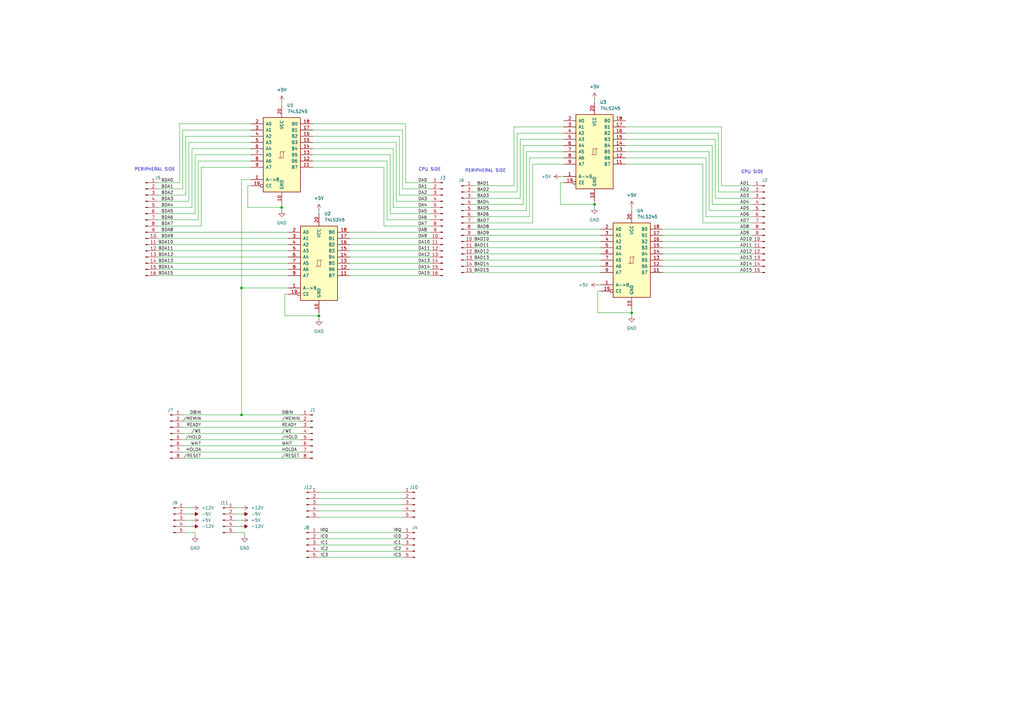
<source format=kicad_sch>
(kicad_sch (version 20250114) (generator "eeschema") (generator_version "9.0")
  (paper "A3")
  (lib_symbols
    (symbol "74xx:74LS245" (pin_names (offset 1.016))
      (property "Reference" "U" (at -7.62 16.51 0))
      (property "Value" "74LS245" (at -7.62 -16.51 0))
      (symbol "74LS245_1_0"
        (polyline (pts (xy -1.27 -1.27) (xy 0.635 -1.27) (xy 0.635 1.27) (xy 1.27 1.27)))
        (polyline (pts (xy -0.635 -1.27) (xy -0.635 1.27) (xy 0.635 1.27)))
        (pin tri_state line (at -12.7 12.7 0) (length 5.08) (name "A0") (number "2"))
        (pin tri_state line (at -12.7 10.16 0) (length 5.08) (name "A1") (number "3"))
        (pin tri_state line (at -12.7 7.62 0) (length 5.08) (name "A2") (number "4"))
        (pin tri_state line (at -12.7 5.08 0) (length 5.08) (name "A3") (number "5"))
        (pin tri_state line (at -12.7 2.54 0) (length 5.08) (name "A4") (number "6"))
        (pin tri_state line (at -12.7 0 0) (length 5.08) (name "A5") (number "7"))
        (pin tri_state line (at -12.7 -2.54 0) (length 5.08) (name "A6") (number "8"))
        (pin tri_state line (at -12.7 -5.08 0) (length 5.08) (name "A7") (number "9"))
        (pin input line (at -12.7 -10.16 0) (length 5.08) (name "A->B") (number "1"))
        (pin input inverted (at -12.7 -12.7 0) (length 5.08) (name "CE") (number "19"))
        (pin power_in line (at 0 20.32 270) (length 5.08) (name "VCC") (number "20"))
        (pin power_in line (at 0 -20.32 90) (length 5.08) (name "GND") (number "10"))
        (pin tri_state line (at 12.7 12.7 180) (length 5.08) (name "B0") (number "18"))
        (pin tri_state line (at 12.7 10.16 180) (length 5.08) (name "B1") (number "17"))
        (pin tri_state line (at 12.7 7.62 180) (length 5.08) (name "B2") (number "16"))
        (pin tri_state line (at 12.7 5.08 180) (length 5.08) (name "B3") (number "15"))
        (pin tri_state line (at 12.7 2.54 180) (length 5.08) (name "B4") (number "14"))
        (pin tri_state line (at 12.7 0 180) (length 5.08) (name "B5") (number "13"))
        (pin tri_state line (at 12.7 -2.54 180) (length 5.08) (name "B6") (number "12"))
        (pin tri_state line (at 12.7 -5.08 180) (length 5.08) (name "B7") (number "11"))
      )
      (symbol "74LS245_1_1"
        (rectangle (start -7.62 15.24) (end 7.62 -15.24) (stroke (width 0.254)) (fill (type background)))
      )
    )
    (symbol "Connector:Conn_01x05_Pin" (pin_names (offset 1.016) (hide yes))
      (property "Reference" "J" (at 0 7.62 0))
      (property "Value" "Conn_01x05_Pin" (at 0 -7.62 0))
      (symbol "Conn_01x05_Pin_1_1"
        (rectangle (start 0.8636 5.207) (end 0 4.953) (stroke (width 0.1524)) (fill (type outline)))
        (rectangle (start 0.8636 2.667) (end 0 2.413) (stroke (width 0.1524)) (fill (type outline)))
        (rectangle (start 0.8636 0.127) (end 0 -0.127) (stroke (width 0.1524)) (fill (type outline)))
        (rectangle (start 0.8636 -2.413) (end 0 -2.667) (stroke (width 0.1524)) (fill (type outline)))
        (rectangle (start 0.8636 -4.953) (end 0 -5.207) (stroke (width 0.1524)) (fill (type outline)))
        (polyline (pts (xy 1.27 5.08) (xy 0.8636 5.08)) (stroke (width 0.1524)))
        (polyline (pts (xy 1.27 2.54) (xy 0.8636 2.54)) (stroke (width 0.1524)))
        (polyline (pts (xy 1.27 0) (xy 0.8636 0)) (stroke (width 0.1524)))
        (polyline (pts (xy 1.27 -2.54) (xy 0.8636 -2.54)) (stroke (width 0.1524)))
        (polyline (pts (xy 1.27 -5.08) (xy 0.8636 -5.08)) (stroke (width 0.1524)))
        (pin passive line (at 5.08 5.08 180) (length 3.81) (name "Pin_1") (number "1"))
        (pin passive line (at 5.08 2.54 180) (length 3.81) (name "Pin_2") (number "2"))
        (pin passive line (at 5.08 0 180) (length 3.81) (name "Pin_3") (number "3"))
        (pin passive line (at 5.08 -2.54 180) (length 3.81) (name "Pin_4") (number "4"))
        (pin passive line (at 5.08 -5.08 180) (length 3.81) (name "Pin_5") (number "5"))
      )
    )
    (symbol "Connector:Conn_01x08_Pin" (pin_names (offset 1.016) (hide yes))
      (property "Reference" "J" (at 0 10.16 0))
      (property "Value" "Conn_01x08_Pin" (at 0 -12.7 0))
      (symbol "Conn_01x08_Pin_1_1"
        (rectangle (start 0.8636 7.747) (end 0 7.493) (stroke (width 0.1524)) (fill (type outline)))
        (rectangle (start 0.8636 5.207) (end 0 4.953) (stroke (width 0.1524)) (fill (type outline)))
        (rectangle (start 0.8636 2.667) (end 0 2.413) (stroke (width 0.1524)) (fill (type outline)))
        (rectangle (start 0.8636 0.127) (end 0 -0.127) (stroke (width 0.1524)) (fill (type outline)))
        (rectangle (start 0.8636 -2.413) (end 0 -2.667) (stroke (width 0.1524)) (fill (type outline)))
        (rectangle (start 0.8636 -4.953) (end 0 -5.207) (stroke (width 0.1524)) (fill (type outline)))
        (rectangle (start 0.8636 -7.493) (end 0 -7.747) (stroke (width 0.1524)) (fill (type outline)))
        (rectangle (start 0.8636 -10.033) (end 0 -10.287) (stroke (width 0.1524)) (fill (type outline)))
        (polyline (pts (xy 1.27 7.62) (xy 0.8636 7.62)) (stroke (width 0.1524)))
        (polyline (pts (xy 1.27 5.08) (xy 0.8636 5.08)) (stroke (width 0.1524)))
        (polyline (pts (xy 1.27 2.54) (xy 0.8636 2.54)) (stroke (width 0.1524)))
        (polyline (pts (xy 1.27 0) (xy 0.8636 0)) (stroke (width 0.1524)))
        (polyline (pts (xy 1.27 -2.54) (xy 0.8636 -2.54)) (stroke (width 0.1524)))
        (polyline (pts (xy 1.27 -5.08) (xy 0.8636 -5.08)) (stroke (width 0.1524)))
        (polyline (pts (xy 1.27 -7.62) (xy 0.8636 -7.62)) (stroke (width 0.1524)))
        (polyline (pts (xy 1.27 -10.16) (xy 0.8636 -10.16)) (stroke (width 0.1524)))
        (pin passive line (at 5.08 7.62 180) (length 3.81) (name "Pin_1") (number "1"))
        (pin passive line (at 5.08 5.08 180) (length 3.81) (name "Pin_2") (number "2"))
        (pin passive line (at 5.08 2.54 180) (length 3.81) (name "Pin_3") (number "3"))
        (pin passive line (at 5.08 0 180) (length 3.81) (name "Pin_4") (number "4"))
        (pin passive line (at 5.08 -2.54 180) (length 3.81) (name "Pin_5") (number "5"))
        (pin passive line (at 5.08 -5.08 180) (length 3.81) (name "Pin_6") (number "6"))
        (pin passive line (at 5.08 -7.62 180) (length 3.81) (name "Pin_7") (number "7"))
        (pin passive line (at 5.08 -10.16 180) (length 3.81) (name "Pin_8") (number "8"))
      )
    )
    (symbol "Connector:Conn_01x15_Pin" (pin_names (offset 1.016) (hide yes))
      (property "Reference" "J" (at 0 20.32 0))
      (property "Value" "Conn_01x15_Pin" (at 0 -20.32 0))
      (symbol "Conn_01x15_Pin_1_1"
        (rectangle (start 0.8636 17.907) (end 0 17.653) (stroke (width 0.1524)) (fill (type outline)))
        (rectangle (start 0.8636 15.367) (end 0 15.113) (stroke (width 0.1524)) (fill (type outline)))
        (rectangle (start 0.8636 12.827) (end 0 12.573) (stroke (width 0.1524)) (fill (type outline)))
        (rectangle (start 0.8636 10.287) (end 0 10.033) (stroke (width 0.1524)) (fill (type outline)))
        (rectangle (start 0.8636 7.747) (end 0 7.493) (stroke (width 0.1524)) (fill (type outline)))
        (rectangle (start 0.8636 5.207) (end 0 4.953) (stroke (width 0.1524)) (fill (type outline)))
        (rectangle (start 0.8636 2.667) (end 0 2.413) (stroke (width 0.1524)) (fill (type outline)))
        (rectangle (start 0.8636 0.127) (end 0 -0.127) (stroke (width 0.1524)) (fill (type outline)))
        (rectangle (start 0.8636 -2.413) (end 0 -2.667) (stroke (width 0.1524)) (fill (type outline)))
        (rectangle (start 0.8636 -4.953) (end 0 -5.207) (stroke (width 0.1524)) (fill (type outline)))
        (rectangle (start 0.8636 -7.493) (end 0 -7.747) (stroke (width 0.1524)) (fill (type outline)))
        (rectangle (start 0.8636 -10.033) (end 0 -10.287) (stroke (width 0.1524)) (fill (type outline)))
        (rectangle (start 0.8636 -12.573) (end 0 -12.827) (stroke (width 0.1524)) (fill (type outline)))
        (rectangle (start 0.8636 -15.113) (end 0 -15.367) (stroke (width 0.1524)) (fill (type outline)))
        (rectangle (start 0.8636 -17.653) (end 0 -17.907) (stroke (width 0.1524)) (fill (type outline)))
        (polyline (pts (xy 1.27 17.78) (xy 0.8636 17.78)) (stroke (width 0.1524)))
        (polyline (pts (xy 1.27 15.24) (xy 0.8636 15.24)) (stroke (width 0.1524)))
        (polyline (pts (xy 1.27 12.7) (xy 0.8636 12.7)) (stroke (width 0.1524)))
        (polyline (pts (xy 1.27 10.16) (xy 0.8636 10.16)) (stroke (width 0.1524)))
        (polyline (pts (xy 1.27 7.62) (xy 0.8636 7.62)) (stroke (width 0.1524)))
        (polyline (pts (xy 1.27 5.08) (xy 0.8636 5.08)) (stroke (width 0.1524)))
        (polyline (pts (xy 1.27 2.54) (xy 0.8636 2.54)) (stroke (width 0.1524)))
        (polyline (pts (xy 1.27 0) (xy 0.8636 0)) (stroke (width 0.1524)))
        (polyline (pts (xy 1.27 -2.54) (xy 0.8636 -2.54)) (stroke (width 0.1524)))
        (polyline (pts (xy 1.27 -5.08) (xy 0.8636 -5.08)) (stroke (width 0.1524)))
        (polyline (pts (xy 1.27 -7.62) (xy 0.8636 -7.62)) (stroke (width 0.1524)))
        (polyline (pts (xy 1.27 -10.16) (xy 0.8636 -10.16)) (stroke (width 0.1524)))
        (polyline (pts (xy 1.27 -12.7) (xy 0.8636 -12.7)) (stroke (width 0.1524)))
        (polyline (pts (xy 1.27 -15.24) (xy 0.8636 -15.24)) (stroke (width 0.1524)))
        (polyline (pts (xy 1.27 -17.78) (xy 0.8636 -17.78)) (stroke (width 0.1524)))
        (pin passive line (at 5.08 17.78 180) (length 3.81) (name "Pin_1") (number "1"))
        (pin passive line (at 5.08 15.24 180) (length 3.81) (name "Pin_2") (number "2"))
        (pin passive line (at 5.08 12.7 180) (length 3.81) (name "Pin_3") (number "3"))
        (pin passive line (at 5.08 10.16 180) (length 3.81) (name "Pin_4") (number "4"))
        (pin passive line (at 5.08 7.62 180) (length 3.81) (name "Pin_5") (number "5"))
        (pin passive line (at 5.08 5.08 180) (length 3.81) (name "Pin_6") (number "6"))
        (pin passive line (at 5.08 2.54 180) (length 3.81) (name "Pin_7") (number "7"))
        (pin passive line (at 5.08 0 180) (length 3.81) (name "Pin_8") (number "8"))
        (pin passive line (at 5.08 -2.54 180) (length 3.81) (name "Pin_9") (number "9"))
        (pin passive line (at 5.08 -5.08 180) (length 3.81) (name "Pin_10") (number "10"))
        (pin passive line (at 5.08 -7.62 180) (length 3.81) (name "Pin_11") (number "11"))
        (pin passive line (at 5.08 -10.16 180) (length 3.81) (name "Pin_12") (number "12"))
        (pin passive line (at 5.08 -12.7 180) (length 3.81) (name "Pin_13") (number "13"))
        (pin passive line (at 5.08 -15.24 180) (length 3.81) (name "Pin_14") (number "14"))
        (pin passive line (at 5.08 -17.78 180) (length 3.81) (name "Pin_15") (number "15"))
      )
    )
    (symbol "Connector:Conn_01x16_Pin" (pin_names (offset 1.016) (hide yes))
      (property "Reference" "J" (at 0 20.32 0))
      (property "Value" "Conn_01x16_Pin" (at 0 -22.86 0))
      (symbol "Conn_01x16_Pin_1_1"
        (rectangle (start 0.8636 17.907) (end 0 17.653) (stroke (width 0.1524)) (fill (type outline)))
        (rectangle (start 0.8636 15.367) (end 0 15.113) (stroke (width 0.1524)) (fill (type outline)))
        (rectangle (start 0.8636 12.827) (end 0 12.573) (stroke (width 0.1524)) (fill (type outline)))
        (rectangle (start 0.8636 10.287) (end 0 10.033) (stroke (width 0.1524)) (fill (type outline)))
        (rectangle (start 0.8636 7.747) (end 0 7.493) (stroke (width 0.1524)) (fill (type outline)))
        (rectangle (start 0.8636 5.207) (end 0 4.953) (stroke (width 0.1524)) (fill (type outline)))
        (rectangle (start 0.8636 2.667) (end 0 2.413) (stroke (width 0.1524)) (fill (type outline)))
        (rectangle (start 0.8636 0.127) (end 0 -0.127) (stroke (width 0.1524)) (fill (type outline)))
        (rectangle (start 0.8636 -2.413) (end 0 -2.667) (stroke (width 0.1524)) (fill (type outline)))
        (rectangle (start 0.8636 -4.953) (end 0 -5.207) (stroke (width 0.1524)) (fill (type outline)))
        (rectangle (start 0.8636 -7.493) (end 0 -7.747) (stroke (width 0.1524)) (fill (type outline)))
        (rectangle (start 0.8636 -10.033) (end 0 -10.287) (stroke (width 0.1524)) (fill (type outline)))
        (rectangle (start 0.8636 -12.573) (end 0 -12.827) (stroke (width 0.1524)) (fill (type outline)))
        (rectangle (start 0.8636 -15.113) (end 0 -15.367) (stroke (width 0.1524)) (fill (type outline)))
        (rectangle (start 0.8636 -17.653) (end 0 -17.907) (stroke (width 0.1524)) (fill (type outline)))
        (rectangle (start 0.8636 -20.193) (end 0 -20.447) (stroke (width 0.1524)) (fill (type outline)))
        (polyline (pts (xy 1.27 17.78) (xy 0.8636 17.78)) (stroke (width 0.1524)))
        (polyline (pts (xy 1.27 15.24) (xy 0.8636 15.24)) (stroke (width 0.1524)))
        (polyline (pts (xy 1.27 12.7) (xy 0.8636 12.7)) (stroke (width 0.1524)))
        (polyline (pts (xy 1.27 10.16) (xy 0.8636 10.16)) (stroke (width 0.1524)))
        (polyline (pts (xy 1.27 7.62) (xy 0.8636 7.62)) (stroke (width 0.1524)))
        (polyline (pts (xy 1.27 5.08) (xy 0.8636 5.08)) (stroke (width 0.1524)))
        (polyline (pts (xy 1.27 2.54) (xy 0.8636 2.54)) (stroke (width 0.1524)))
        (polyline (pts (xy 1.27 0) (xy 0.8636 0)) (stroke (width 0.1524)))
        (polyline (pts (xy 1.27 -2.54) (xy 0.8636 -2.54)) (stroke (width 0.1524)))
        (polyline (pts (xy 1.27 -5.08) (xy 0.8636 -5.08)) (stroke (width 0.1524)))
        (polyline (pts (xy 1.27 -7.62) (xy 0.8636 -7.62)) (stroke (width 0.1524)))
        (polyline (pts (xy 1.27 -10.16) (xy 0.8636 -10.16)) (stroke (width 0.1524)))
        (polyline (pts (xy 1.27 -12.7) (xy 0.8636 -12.7)) (stroke (width 0.1524)))
        (polyline (pts (xy 1.27 -15.24) (xy 0.8636 -15.24)) (stroke (width 0.1524)))
        (polyline (pts (xy 1.27 -17.78) (xy 0.8636 -17.78)) (stroke (width 0.1524)))
        (polyline (pts (xy 1.27 -20.32) (xy 0.8636 -20.32)) (stroke (width 0.1524)))
        (pin passive line (at 5.08 17.78 180) (length 3.81) (name "Pin_1") (number "1"))
        (pin passive line (at 5.08 15.24 180) (length 3.81) (name "Pin_2") (number "2"))
        (pin passive line (at 5.08 12.7 180) (length 3.81) (name "Pin_3") (number "3"))
        (pin passive line (at 5.08 10.16 180) (length 3.81) (name "Pin_4") (number "4"))
        (pin passive line (at 5.08 7.62 180) (length 3.81) (name "Pin_5") (number "5"))
        (pin passive line (at 5.08 5.08 180) (length 3.81) (name "Pin_6") (number "6"))
        (pin passive line (at 5.08 2.54 180) (length 3.81) (name "Pin_7") (number "7"))
        (pin passive line (at 5.08 0 180) (length 3.81) (name "Pin_8") (number "8"))
        (pin passive line (at 5.08 -2.54 180) (length 3.81) (name "Pin_9") (number "9"))
        (pin passive line (at 5.08 -5.08 180) (length 3.81) (name "Pin_10") (number "10"))
        (pin passive line (at 5.08 -7.62 180) (length 3.81) (name "Pin_11") (number "11"))
        (pin passive line (at 5.08 -10.16 180) (length 3.81) (name "Pin_12") (number "12"))
        (pin passive line (at 5.08 -12.7 180) (length 3.81) (name "Pin_13") (number "13"))
        (pin passive line (at 5.08 -15.24 180) (length 3.81) (name "Pin_14") (number "14"))
        (pin passive line (at 5.08 -17.78 180) (length 3.81) (name "Pin_15") (number "15"))
        (pin passive line (at 5.08 -20.32 180) (length 3.81) (name "Pin_16") (number "16"))
      )
    )
    (symbol "power:+12V" (power) (pin_numbers (hide yes)) (pin_names (offset 0) (hide yes))
      (property "Value" "+12V" (at 0 3.556 0))
      (symbol "+12V_0_1"
        (polyline (pts (xy -0.762 1.27) (xy 0 2.54)))
        (polyline (pts (xy 0 2.54) (xy 0.762 1.27)))
        (polyline (pts (xy 0 0) (xy 0 2.54)))
      )
      (symbol "+12V_1_1"
        (pin power_in line (at 0 0 90) (length 0) (name "~") (number "1"))
      )
    )
    (symbol "power:+5V" (power) (pin_numbers (hide yes)) (pin_names (offset 0) (hide yes))
      (property "Value" "+5V" (at 0 3.556 0))
      (symbol "+5V_0_1"
        (polyline (pts (xy -0.762 1.27) (xy 0 2.54)))
        (polyline (pts (xy 0 2.54) (xy 0.762 1.27)))
        (polyline (pts (xy 0 0) (xy 0 2.54)))
      )
      (symbol "+5V_1_1"
        (pin power_in line (at 0 0 90) (length 0) (name "~") (number "1"))
      )
    )
    (symbol "power:-12V" (power) (pin_numbers (hide yes)) (pin_names (offset 0) (hide yes))
      (property "Value" "-12V" (at 0 3.556 0))
      (symbol "-12V_0_0"
        (pin power_in line (at 0 0 90) (length 0) (name "~") (number "1"))
      )
      (symbol "-12V_0_1"
        (polyline (pts (xy 0 0) (xy 0 1.27) (xy 0.762 1.27) (xy 0 2.54) (xy -0.762 1.27) (xy 0 1.27)) (fill (type outline)))
      )
    )
    (symbol "power:-5V" (power) (pin_numbers (hide yes)) (pin_names (offset 0) (hide yes))
      (property "Value" "-5V" (at 0 3.556 0))
      (symbol "-5V_0_0"
        (pin power_in line (at 0 0 90) (length 0) (name "~") (number "1"))
      )
      (symbol "-5V_0_1"
        (polyline (pts (xy 0 0) (xy 0 1.27) (xy 0.762 1.27) (xy 0 2.54) (xy -0.762 1.27) (xy 0 1.27)) (fill (type outline)))
      )
    )
    (symbol "power:GND" (power) (pin_numbers (hide yes)) (pin_names (offset 0) (hide yes))
      (property "Value" "GND" (at 0 -3.81 0))
      (symbol "GND_0_1"
        (polyline (pts (xy 0 0) (xy 0 -1.27) (xy 1.27 -1.27) (xy 0 -2.54) (xy -1.27 -1.27) (xy 0 -1.27)))
      )
      (symbol "GND_1_1"
        (pin power_in line (at 0 0 270) (length 0) (name "~") (number "1"))
      )
    )
  )
  (text "PERIPHERAL SIDE" (at 199.136 70.104 0) (effects (font (size 1.27 1.27))))
  (text "PERIPHERAL SIDE" (at 63.5 69.596 0) (effects (font (size 1.27 1.27))))
  (text "CPU SIDE" (at 176.276 69.596 0) (effects (font (size 1.27 1.27))))
  (text "CPU SIDE" (at 308.61 70.612 0) (effects (font (size 1.27 1.27))))
  (junction (at 243.84 83.82))
  (junction (at 115.57 85.09))
  (junction (at 259.08 128.27))
  (junction (at 99.06 170.18))
  (junction (at 130.81 129.54))
  (junction (at 99.06 118.11))
  (wire (pts (xy 74.93 180.34) (xy 123.19 180.34)))
  (wire (pts (xy 130.81 209.55) (xy 165.1 209.55)))
  (wire (pts (xy 160.02 63.5) (xy 128.27 63.5)))
  (wire (pts (xy 243.84 40.64) (xy 243.84 41.91)))
  (wire (pts (xy 165.1 53.34) (xy 128.27 53.34)))
  (wire (pts (xy 289.56 64.77) (xy 256.54 64.77)))
  (wire (pts (xy 194.31 104.14) (xy 246.38 104.14)))
  (wire (pts (xy 295.91 76.2) (xy 308.61 76.2)))
  (wire (pts (xy 130.81 220.98) (xy 165.1 220.98)))
  (wire (pts (xy 271.78 93.98) (xy 308.61 93.98)))
  (wire (pts (xy 100.33 218.44) (xy 96.52 218.44)))
  (wire (pts (xy 256.54 62.23) (xy 290.83 62.23)))
  (wire (pts (xy 231.14 57.15) (xy 213.36 57.15)))
  (wire (pts (xy 102.87 76.2) (xy 101.6 76.2)))
  (wire (pts (xy 99.06 170.18) (xy 123.19 170.18)))
  (wire (pts (xy 130.81 129.54) (xy 130.81 130.81)))
  (wire (pts (xy 130.81 86.36) (xy 130.81 87.63)))
  (wire (pts (xy 76.2 215.9) (xy 78.74 215.9)))
  (wire (pts (xy 82.55 92.71) (xy 82.55 68.58)))
  (wire (pts (xy 118.11 120.65) (xy 116.84 120.65)))
  (wire (pts (xy 143.51 107.95) (xy 176.53 107.95)))
  (wire (pts (xy 81.28 90.17) (xy 81.28 66.04)))
  (wire (pts (xy 194.31 111.76) (xy 246.38 111.76)))
  (wire (pts (xy 115.57 85.09) (xy 115.57 86.36)))
  (wire (pts (xy 101.6 85.09) (xy 115.57 85.09)))
  (wire (pts (xy 158.75 90.17) (xy 158.75 66.04)))
  (wire (pts (xy 64.77 90.17) (xy 81.28 90.17)))
  (wire (pts (xy 214.63 83.82) (xy 194.31 83.82)))
  (wire (pts (xy 217.17 88.9) (xy 194.31 88.9)))
  (wire (pts (xy 64.77 87.63) (xy 80.01 87.63)))
  (wire (pts (xy 130.81 226.06) (xy 165.1 226.06)))
  (wire (pts (xy 229.87 72.39) (xy 231.14 72.39)))
  (wire (pts (xy 74.93 53.34) (xy 102.87 53.34)))
  (wire (pts (xy 194.31 99.06) (xy 246.38 99.06)))
  (wire (pts (xy 271.78 106.68) (xy 308.61 106.68)))
  (wire (pts (xy 76.2 213.36) (xy 78.74 213.36)))
  (wire (pts (xy 290.83 86.36) (xy 308.61 86.36)))
  (wire (pts (xy 161.29 85.09) (xy 161.29 60.96)))
  (wire (pts (xy 99.06 118.11) (xy 99.06 170.18)))
  (wire (pts (xy 215.9 86.36) (xy 194.31 86.36)))
  (wire (pts (xy 118.11 95.25) (xy 64.77 95.25)))
  (wire (pts (xy 115.57 41.91) (xy 115.57 43.18)))
  (wire (pts (xy 96.52 213.36) (xy 99.06 213.36)))
  (wire (pts (xy 130.81 212.09) (xy 165.1 212.09)))
  (wire (pts (xy 231.14 52.07) (xy 210.82 52.07)))
  (wire (pts (xy 118.11 102.87) (xy 64.77 102.87)))
  (wire (pts (xy 271.78 109.22) (xy 308.61 109.22)))
  (wire (pts (xy 80.01 218.44) (xy 76.2 218.44)))
  (wire (pts (xy 118.11 113.03) (xy 64.77 113.03)))
  (wire (pts (xy 143.51 110.49) (xy 176.53 110.49)))
  (wire (pts (xy 130.81 201.93) (xy 165.1 201.93)))
  (wire (pts (xy 231.14 54.61) (xy 212.09 54.61)))
  (wire (pts (xy 64.77 85.09) (xy 78.74 85.09)))
  (wire (pts (xy 64.77 80.01) (xy 76.2 80.01)))
  (wire (pts (xy 231.14 67.31) (xy 218.44 67.31)))
  (wire (pts (xy 289.56 88.9) (xy 308.61 88.9)))
  (wire (pts (xy 74.93 177.8) (xy 123.19 177.8)))
  (wire (pts (xy 231.14 62.23) (xy 215.9 62.23)))
  (wire (pts (xy 160.02 87.63) (xy 160.02 63.5)))
  (wire (pts (xy 166.37 50.8) (xy 128.27 50.8)))
  (wire (pts (xy 271.78 99.06) (xy 308.61 99.06)))
  (wire (pts (xy 96.52 208.28) (xy 99.06 208.28)))
  (wire (pts (xy 158.75 66.04) (xy 128.27 66.04)))
  (wire (pts (xy 218.44 91.44) (xy 194.31 91.44)))
  (wire (pts (xy 143.51 105.41) (xy 176.53 105.41)))
  (wire (pts (xy 245.11 116.84) (xy 246.38 116.84)))
  (wire (pts (xy 160.02 87.63) (xy 176.53 87.63)))
  (wire (pts (xy 295.91 76.2) (xy 295.91 52.07)))
  (wire (pts (xy 157.48 68.58) (xy 128.27 68.58)))
  (wire (pts (xy 143.51 102.87) (xy 176.53 102.87)))
  (wire (pts (xy 259.08 85.09) (xy 259.08 86.36)))
  (wire (pts (xy 82.55 68.58) (xy 102.87 68.58)))
  (wire (pts (xy 161.29 60.96) (xy 128.27 60.96)))
  (wire (pts (xy 77.47 82.55) (xy 77.47 58.42)))
  (wire (pts (xy 229.87 83.82) (xy 243.84 83.82)))
  (wire (pts (xy 259.08 128.27) (xy 259.08 127)))
  (wire (pts (xy 99.06 118.11) (xy 118.11 118.11)))
  (wire (pts (xy 217.17 64.77) (xy 217.17 88.9)))
  (wire (pts (xy 245.11 128.27) (xy 259.08 128.27)))
  (wire (pts (xy 194.31 96.52) (xy 246.38 96.52)))
  (wire (pts (xy 118.11 105.41) (xy 64.77 105.41)))
  (wire (pts (xy 73.66 74.93) (xy 73.66 50.8)))
  (wire (pts (xy 118.11 100.33) (xy 64.77 100.33)))
  (wire (pts (xy 143.51 97.79) (xy 176.53 97.79)))
  (wire (pts (xy 143.51 100.33) (xy 176.53 100.33)))
  (wire (pts (xy 96.52 215.9) (xy 99.06 215.9)))
  (wire (pts (xy 80.01 63.5) (xy 102.87 63.5)))
  (wire (pts (xy 64.77 92.71) (xy 82.55 92.71)))
  (wire (pts (xy 194.31 106.68) (xy 246.38 106.68)))
  (wire (pts (xy 76.2 210.82) (xy 78.74 210.82)))
  (wire (pts (xy 163.83 55.88) (xy 128.27 55.88)))
  (wire (pts (xy 290.83 62.23) (xy 290.83 86.36)))
  (wire (pts (xy 81.28 66.04) (xy 102.87 66.04)))
  (wire (pts (xy 157.48 92.71) (xy 157.48 68.58)))
  (wire (pts (xy 271.78 104.14) (xy 308.61 104.14)))
  (wire (pts (xy 130.81 204.47) (xy 165.1 204.47)))
  (wire (pts (xy 76.2 55.88) (xy 102.87 55.88)))
  (wire (pts (xy 288.29 67.31) (xy 256.54 67.31)))
  (wire (pts (xy 73.66 50.8) (xy 102.87 50.8)))
  (wire (pts (xy 102.87 73.66) (xy 99.06 73.66)))
  (wire (pts (xy 130.81 207.01) (xy 165.1 207.01)))
  (wire (pts (xy 74.93 187.96) (xy 123.19 187.96)))
  (wire (pts (xy 215.9 62.23) (xy 215.9 86.36)))
  (wire (pts (xy 77.47 58.42) (xy 102.87 58.42)))
  (wire (pts (xy 294.64 54.61) (xy 256.54 54.61)))
  (wire (pts (xy 218.44 67.31) (xy 218.44 91.44)))
  (wire (pts (xy 271.78 111.76) (xy 308.61 111.76)))
  (wire (pts (xy 130.81 129.54) (xy 130.81 128.27)))
  (wire (pts (xy 162.56 82.55) (xy 162.56 58.42)))
  (wire (pts (xy 210.82 52.07) (xy 210.82 76.2)))
  (wire (pts (xy 166.37 74.93) (xy 166.37 50.8)))
  (wire (pts (xy 80.01 219.71) (xy 80.01 218.44)))
  (wire (pts (xy 116.84 129.54) (xy 130.81 129.54)))
  (wire (pts (xy 74.93 77.47) (xy 74.93 53.34)))
  (wire (pts (xy 130.81 223.52) (xy 165.1 223.52)))
  (wire (pts (xy 74.93 182.88) (xy 123.19 182.88)))
  (wire (pts (xy 289.56 88.9) (xy 289.56 64.77)))
  (wire (pts (xy 194.31 93.98) (xy 246.38 93.98)))
  (wire (pts (xy 294.64 78.74) (xy 308.61 78.74)))
  (wire (pts (xy 231.14 74.93) (xy 229.87 74.93)))
  (wire (pts (xy 74.93 172.72) (xy 123.19 172.72)))
  (wire (pts (xy 163.83 80.01) (xy 163.83 55.88)))
  (wire (pts (xy 259.08 128.27) (xy 259.08 129.54)))
  (wire (pts (xy 213.36 57.15) (xy 213.36 81.28)))
  (wire (pts (xy 256.54 57.15) (xy 293.37 57.15)))
  (wire (pts (xy 76.2 80.01) (xy 76.2 55.88)))
  (wire (pts (xy 292.1 83.82) (xy 308.61 83.82)))
  (wire (pts (xy 80.01 87.63) (xy 80.01 63.5)))
  (wire (pts (xy 271.78 101.6) (xy 308.61 101.6)))
  (wire (pts (xy 229.87 74.93) (xy 229.87 83.82)))
  (wire (pts (xy 162.56 58.42) (xy 128.27 58.42)))
  (wire (pts (xy 292.1 83.82) (xy 292.1 59.69)))
  (wire (pts (xy 194.31 101.6) (xy 246.38 101.6)))
  (wire (pts (xy 245.11 119.38) (xy 245.11 128.27)))
  (wire (pts (xy 292.1 59.69) (xy 256.54 59.69)))
  (wire (pts (xy 64.77 74.93) (xy 73.66 74.93)))
  (wire (pts (xy 118.11 107.95) (xy 64.77 107.95)))
  (wire (pts (xy 115.57 85.09) (xy 115.57 83.82)))
  (wire (pts (xy 165.1 77.47) (xy 165.1 53.34)))
  (wire (pts (xy 64.77 82.55) (xy 77.47 82.55)))
  (wire (pts (xy 214.63 59.69) (xy 214.63 83.82)))
  (wire (pts (xy 243.84 83.82) (xy 243.84 82.55)))
  (wire (pts (xy 78.74 60.96) (xy 102.87 60.96)))
  (wire (pts (xy 161.29 85.09) (xy 176.53 85.09)))
  (wire (pts (xy 78.74 85.09) (xy 78.74 60.96)))
  (wire (pts (xy 130.81 218.44) (xy 165.1 218.44)))
  (wire (pts (xy 243.84 83.82) (xy 243.84 85.09)))
  (wire (pts (xy 162.56 82.55) (xy 176.53 82.55)))
  (wire (pts (xy 158.75 90.17) (xy 176.53 90.17)))
  (wire (pts (xy 64.77 77.47) (xy 74.93 77.47)))
  (wire (pts (xy 293.37 57.15) (xy 293.37 81.28)))
  (wire (pts (xy 157.48 92.71) (xy 176.53 92.71)))
  (wire (pts (xy 166.37 74.93) (xy 176.53 74.93)))
  (wire (pts (xy 246.38 119.38) (xy 245.11 119.38)))
  (wire (pts (xy 212.09 54.61) (xy 212.09 78.74)))
  (wire (pts (xy 99.06 73.66) (xy 99.06 118.11)))
  (wire (pts (xy 99.06 170.18) (xy 74.93 170.18)))
  (wire (pts (xy 231.14 64.77) (xy 217.17 64.77)))
  (wire (pts (xy 212.09 78.74) (xy 194.31 78.74)))
  (wire (pts (xy 295.91 52.07) (xy 256.54 52.07)))
  (wire (pts (xy 118.11 97.79) (xy 64.77 97.79)))
  (wire (pts (xy 74.93 185.42) (xy 123.19 185.42)))
  (wire (pts (xy 231.14 59.69) (xy 214.63 59.69)))
  (wire (pts (xy 210.82 76.2) (xy 194.31 76.2)))
  (wire (pts (xy 163.83 80.01) (xy 176.53 80.01)))
  (wire (pts (xy 76.2 208.28) (xy 78.74 208.28)))
  (wire (pts (xy 194.31 109.22) (xy 246.38 109.22)))
  (wire (pts (xy 213.36 81.28) (xy 194.31 81.28)))
  (wire (pts (xy 96.52 210.82) (xy 99.06 210.82)))
  (wire (pts (xy 293.37 81.28) (xy 308.61 81.28)))
  (wire (pts (xy 130.81 228.6) (xy 165.1 228.6)))
  (wire (pts (xy 288.29 91.44) (xy 288.29 67.31)))
  (wire (pts (xy 100.33 219.71) (xy 100.33 218.44)))
  (wire (pts (xy 271.78 96.52) (xy 308.61 96.52)))
  (wire (pts (xy 165.1 77.47) (xy 176.53 77.47)))
  (wire (pts (xy 143.51 95.25) (xy 176.53 95.25)))
  (wire (pts (xy 143.51 113.03) (xy 176.53 113.03)))
  (wire (pts (xy 101.6 76.2) (xy 101.6 85.09)))
  (wire (pts (xy 74.93 175.26) (xy 123.19 175.26)))
  (wire (pts (xy 288.29 91.44) (xy 308.61 91.44)))
  (wire (pts (xy 118.11 110.49) (xy 64.77 110.49)))
  (wire (pts (xy 116.84 120.65) (xy 116.84 129.54)))
  (wire (pts (xy 294.64 78.74) (xy 294.64 54.61)))
  (label "BAD1" (at 200.66 76.2 180))
  (label "{slash}HOLD" (at 115.57 180.34 0))
  (label "BAD12" (at 200.66 104.14 180))
  (label "DA2" (at 171.45 80.01 0))
  (label "DA10" (at 171.45 100.33 0))
  (label "BAD13" (at 200.66 106.68 180))
  (label "IC2" (at 161.29 226.06 0))
  (label "IRQ" (at 134.62 218.44 180))
  (label "DA12" (at 171.45 105.41 0))
  (label "AD1" (at 303.53 76.2 0))
  (label "READY" (at 115.57 175.26 0))
  (label "AD13" (at 303.53 106.68 0))
  (label "IC0" (at 134.62 220.98 180))
  (label "{slash}MEMIN" (at 115.57 172.72 0))
  (label "BAD5" (at 200.66 86.36 180))
  (label "DBIN" (at 115.57 170.18 0))
  (label "DA11" (at 171.45 102.87 0))
  (label "IC1" (at 134.62 223.52 180))
  (label "{slash}WE" (at 82.55 177.8 180))
  (label "DBIN" (at 82.55 170.18 180))
  (label "BAD7" (at 200.66 91.44 180))
  (label "DA14" (at 171.45 110.49 0))
  (label "BDA2" (at 71.12 80.01 180))
  (label "BAD10" (at 200.66 99.06 180))
  (label "BDA15" (at 71.12 113.03 180))
  (label "AD2" (at 303.53 78.74 0))
  (label "{slash}WE" (at 115.57 177.8 0))
  (label "BDA6" (at 71.12 90.17 180))
  (label "BAD9" (at 200.66 96.52 180))
  (label "HOLDA" (at 82.55 185.42 180))
  (label "DA8" (at 171.45 95.25 0))
  (label "HOLDA" (at 115.57 185.42 0))
  (label "IC3" (at 161.29 228.6 0))
  (label "DA6" (at 171.45 90.17 0))
  (label "AD4" (at 303.53 83.82 0))
  (label "BAD2" (at 200.66 78.74 180))
  (label "AD6" (at 303.53 88.9 0))
  (label "BDA3" (at 71.12 82.55 180))
  (label "BAD8" (at 200.66 93.98 180))
  (label "WAIT" (at 115.57 182.88 0))
  (label "BAD3" (at 200.66 81.28 180))
  (label "AD8" (at 303.53 93.98 0))
  (label "DA9" (at 171.45 97.79 0))
  (label "AD12" (at 303.53 104.14 0))
  (label "AD11" (at 303.53 101.6 0))
  (label "IC2" (at 134.62 226.06 180))
  (label "BDA13" (at 71.12 107.95 180))
  (label "BDA8" (at 71.12 95.25 180))
  (label "DA4" (at 171.45 85.09 0))
  (label "IRQ" (at 161.29 218.44 0))
  (label "IC0" (at 161.29 220.98 0))
  (label "BDA9" (at 71.12 97.79 180))
  (label "DA3" (at 171.45 82.55 0))
  (label "AD10" (at 303.53 99.06 0))
  (label "BDA14" (at 71.12 110.49 180))
  (label "AD14" (at 303.53 109.22 0))
  (label "BDA4" (at 71.12 85.09 180))
  (label "BDA5" (at 71.12 87.63 180))
  (label "DA13" (at 171.45 107.95 0))
  (label "BDA1" (at 71.12 77.47 180))
  (label "{slash}HOLD" (at 82.55 180.34 180))
  (label "BAD11" (at 200.66 101.6 180))
  (label "BDA7" (at 71.12 92.71 180))
  (label "READY" (at 82.55 175.26 180))
  (label "AD15" (at 303.53 111.76 0))
  (label "BAD14" (at 200.66 109.22 180))
  (label "AD3" (at 303.53 81.28 0))
  (label "AD7" (at 303.53 91.44 0))
  (label "AD9" (at 303.53 96.52 0))
  (label "IC3" (at 134.62 228.6 180))
  (label "DA1" (at 171.45 77.47 0))
  (label "BDA0" (at 71.12 74.93 180))
  (label "AD5" (at 303.53 86.36 0))
  (label "BAD15" (at 200.66 111.76 180))
  (label "IC1" (at 161.29 223.52 0))
  (label "BDA10" (at 71.12 100.33 180))
  (label "BDA12" (at 71.12 105.41 180))
  (label "WAIT" (at 82.55 182.88 180))
  (label "DA5" (at 171.45 87.63 0))
  (label "DA0" (at 171.45 74.93 0))
  (label "DA7" (at 171.45 92.71 0))
  (label "{slash}MEMIN" (at 82.55 172.72 180))
  (label "{slash}RESET" (at 115.57 187.96 0))
  (label "{slash}RESET" (at 82.55 187.96 180))
  (label "BAD6" (at 200.66 88.9 180))
  (label "BDA11" (at 71.12 102.87 180))
  (label "DA15" (at 171.45 113.03 0))
  (label "BAD4" (at 200.66 83.82 180))
  (symbol (lib_id "power:+5V") (at 229.87 72.39 90) (unit 1)
    (property "Reference" "#PWR019" (effects (hide yes)))
    (property "Value" "+5V" (at 226.06 72.3899 90) (effects (justify left)))
    (property "Description" "Power symbol creates a global label with name \"+5V\"" (effects (hide yes)))
  )
  (symbol (lib_id "Connector:Conn_01x15_Pin") (at 313.69 93.98 0) (mirror y) (unit 1)
    (property "Reference" "J2" (at 313.69 73.914 0))
    (property "Value" "Conn_01x15_Pin" (effects (hide yes)))
    (property "Footprint" "Connector_PinHeader_2.54mm:PinHeader_1x15_P2.54mm_Vertical" (effects (hide yes)))
    (property "Description" "Generic connector, single row, 01x15, script generated" (effects (hide yes)))
  )
  (symbol (lib_id "power:+5V") (at 245.11 116.84 90) (unit 1)
    (property "Reference" "#PWR020" (effects (hide yes)))
    (property "Value" "+5V" (at 241.3 116.8399 90) (effects (justify left)))
    (property "Description" "Power symbol creates a global label with name \"+5V\"" (effects (hide yes)))
  )
  (symbol (lib_id "power:GND") (at 130.81 130.81 0) (unit 1)
    (property "Reference" "#PWR012" (effects (hide yes)))
    (property "Value" "GND" (at 130.81 135.89 0))
    (property "Description" "Power symbol creates a global label with name \"GND\" , ground" (effects (hide yes)))
  )
  (symbol (lib_id "power:+12V") (at 99.06 208.28 270) (unit 1)
    (property "Reference" "#PWR01" (effects (hide yes)))
    (property "Value" "+12V" (at 102.87 208.2799 90) (effects (justify left)))
    (property "Description" "Power symbol creates a global label with name \"+12V\"" (effects (hide yes)))
  )
  (symbol (lib_id "Connector:Conn_01x05_Pin") (at 170.18 223.52 0) (mirror y) (unit 1)
    (property "Reference" "J4" (at 170.18 216.408 0))
    (property "Value" "Conn_01x05_Pin" (effects (hide yes)))
    (property "Footprint" "Connector_PinHeader_2.54mm:PinHeader_1x05_P2.54mm_Vertical" (effects (hide yes)))
    (property "Description" "Generic connector, single row, 01x05, script generated" (effects (hide yes)))
  )
  (symbol (lib_id "power:+12V") (at 78.74 208.28 270) (unit 1)
    (property "Reference" "#PWR08" (effects (hide yes)))
    (property "Value" "+12V" (at 82.55 208.2799 90) (effects (justify left)))
    (property "Description" "Power symbol creates a global label with name \"+12V\"" (effects (hide yes)))
  )
  (symbol (lib_id "Connector:Conn_01x16_Pin") (at 181.61 92.71 0) (mirror y) (unit 1)
    (property "Reference" "J3" (at 181.61 72.898 0))
    (property "Value" "Conn_01x16_Pin" (effects (hide yes)))
    (property "Footprint" "Connector_PinHeader_2.54mm:PinHeader_1x16_P2.54mm_Vertical" (effects (hide yes)))
    (property "Description" "Generic connector, single row, 01x16, script generated" (effects (hide yes)))
  )
  (symbol (lib_id "Connector:Conn_01x16_Pin") (at 59.69 92.71 0) (unit 1)
    (property "Reference" "J5" (at 64.77 72.898 0))
    (property "Value" "Conn_01x16_Pin" (effects (hide yes)))
    (property "Footprint" "Connector_PinHeader_2.54mm:PinHeader_1x16_P2.54mm_Vertical" (effects (hide yes)))
    (property "Description" "Generic connector, single row, 01x16, script generated" (effects (hide yes)))
  )
  (symbol (lib_id "74xx:74LS245") (at 115.57 63.5 0) (unit 1)
    (property "Reference" "U1" (at 117.7133 43.18 0) (effects (justify left)))
    (property "Value" "74LS245" (at 117.7133 45.72 0) (effects (justify left)))
    (property "Footprint" "Package_DIP:DIP-20_W7.62mm" (effects (hide yes)))
    (property "Datasheet" "http://www.ti.com/lit/gpn/sn74LS245" (effects (hide yes)))
    (property "Description" "Octal BUS Transceivers, 3-State outputs" (effects (hide yes)))
  )
  (symbol (lib_id "Connector:Conn_01x15_Pin") (at 189.23 93.98 0) (unit 1)
    (property "Reference" "J6" (at 189.23 73.914 0))
    (property "Value" "Conn_01x15_Pin" (effects (hide yes)))
    (property "Footprint" "Connector_PinHeader_2.54mm:PinHeader_1x15_P2.54mm_Vertical" (effects (hide yes)))
    (property "Description" "Generic connector, single row, 01x15, script generated" (effects (hide yes)))
  )
  (symbol (lib_id "74xx:74LS245") (at 243.84 62.23 0) (unit 1)
    (property "Reference" "U3" (at 245.9833 41.91 0) (effects (justify left)))
    (property "Value" "74LS245" (at 245.9833 44.45 0) (effects (justify left)))
    (property "Footprint" "Package_DIP:DIP-20_W7.62mm" (effects (hide yes)))
    (property "Datasheet" "http://www.ti.com/lit/gpn/sn74LS245" (effects (hide yes)))
    (property "Description" "Octal BUS Transceivers, 3-State outputs" (effects (hide yes)))
  )
  (symbol (lib_id "power:GND") (at 259.08 129.54 0) (unit 1)
    (property "Reference" "#PWR018" (effects (hide yes)))
    (property "Value" "GND" (at 259.08 134.62 0))
    (property "Description" "Power symbol creates a global label with name \"GND\" , ground" (effects (hide yes)))
  )
  (symbol (lib_id "power:GND") (at 80.01 219.71 0) (unit 1)
    (property "Reference" "#PWR010" (effects (hide yes)))
    (property "Value" "GND" (at 80.01 224.79 0))
    (property "Description" "Power symbol creates a global label with name \"GND\" , ground" (effects (hide yes)))
  )
  (symbol (lib_id "power:-5V") (at 78.74 210.82 270) (unit 1)
    (property "Reference" "#PWR06" (effects (hide yes)))
    (property "Value" "-5V" (at 82.55 210.8199 90) (effects (justify left)))
    (property "Description" "Power symbol creates a global label with name \"-5V\"" (effects (hide yes)))
  )
  (symbol (lib_id "power:-5V") (at 99.06 210.82 270) (unit 1)
    (property "Reference" "#PWR02" (effects (hide yes)))
    (property "Value" "-5V" (at 102.87 210.8199 90) (effects (justify left)))
    (property "Description" "Power symbol creates a global label with name \"-5V\"" (effects (hide yes)))
  )
  (symbol (lib_id "Connector:Conn_01x08_Pin") (at 128.27 177.8 0) (mirror y) (unit 1)
    (property "Reference" "J1" (at 128.27 168.148 0))
    (property "Value" "Conn_01x08_Pin" (effects (hide yes)))
    (property "Footprint" "Connector_PinHeader_2.54mm:PinHeader_1x08_P2.54mm_Vertical" (effects (hide yes)))
    (property "Description" "Generic connector, single row, 01x08, script generated" (effects (hide yes)))
  )
  (symbol (lib_id "74xx:74LS245") (at 130.81 107.95 0) (unit 1)
    (property "Reference" "U2" (at 132.9533 87.63 0) (effects (justify left)))
    (property "Value" "74LS245" (at 132.9533 90.17 0) (effects (justify left)))
    (property "Footprint" "Package_DIP:DIP-20_W7.62mm" (effects (hide yes)))
    (property "Datasheet" "http://www.ti.com/lit/gpn/sn74LS245" (effects (hide yes)))
    (property "Description" "Octal BUS Transceivers, 3-State outputs" (effects (hide yes)))
  )
  (symbol (lib_id "Connector:Conn_01x08_Pin") (at 69.85 177.8 0) (unit 1)
    (property "Reference" "J7" (at 69.85 168.148 0))
    (property "Value" "Conn_01x08_Pin" (effects (hide yes)))
    (property "Footprint" "Connector_PinHeader_2.54mm:PinHeader_1x08_P2.54mm_Vertical" (effects (hide yes)))
    (property "Description" "Generic connector, single row, 01x08, script generated" (effects (hide yes)))
  )
  (symbol (lib_id "power:+5V") (at 259.08 85.09 0) (unit 1)
    (property "Reference" "#PWR017" (effects (hide yes)))
    (property "Value" "+5V" (at 259.08 80.01 0))
    (property "Description" "Power symbol creates a global label with name \"+5V\"" (effects (hide yes)))
  )
  (symbol (lib_id "74xx:74LS245") (at 259.08 106.68 0) (unit 1)
    (property "Reference" "U4" (at 261.2233 86.36 0) (effects (justify left)))
    (property "Value" "74LS245" (at 261.2233 88.9 0) (effects (justify left)))
    (property "Footprint" "Package_DIP:DIP-20_W7.62mm" (effects (hide yes)))
    (property "Datasheet" "http://www.ti.com/lit/gpn/sn74LS245" (effects (hide yes)))
    (property "Description" "Octal BUS Transceivers, 3-State outputs" (effects (hide yes)))
  )
  (symbol (lib_id "Connector:Conn_01x05_Pin") (at 170.18 207.01 0) (mirror y) (unit 1)
    (property "Reference" "J10" (at 169.672 199.898 0))
    (property "Value" "Conn_01x05_Pin" (effects (hide yes)))
    (property "Footprint" "Connector_PinHeader_2.54mm:PinHeader_1x05_P2.54mm_Vertical" (effects (hide yes)))
    (property "Description" "Generic connector, single row, 01x05, script generated" (effects (hide yes)))
  )
  (symbol (lib_id "Connector:Conn_01x05_Pin") (at 71.12 213.36 0) (unit 1)
    (property "Reference" "J9" (at 71.628 206.248 0))
    (property "Value" "Conn_01x05_Pin" (effects (hide yes)))
    (property "Footprint" "Connector_PinHeader_2.54mm:PinHeader_1x05_P2.54mm_Vertical" (effects (hide yes)))
    (property "Description" "Generic connector, single row, 01x05, script generated" (effects (hide yes)))
  )
  (symbol (lib_id "power:+5V") (at 130.81 86.36 0) (unit 1)
    (property "Reference" "#PWR011" (effects (hide yes)))
    (property "Value" "+5V" (at 130.81 81.28 0))
    (property "Description" "Power symbol creates a global label with name \"+5V\"" (effects (hide yes)))
  )
  (symbol (lib_id "Connector:Conn_01x05_Pin") (at 125.73 207.01 0) (unit 1)
    (property "Reference" "J12" (at 126.238 199.898 0))
    (property "Value" "Conn_01x05_Pin" (effects (hide yes)))
    (property "Footprint" "Connector_PinHeader_2.54mm:PinHeader_1x05_P2.54mm_Vertical" (effects (hide yes)))
    (property "Description" "Generic connector, single row, 01x05, script generated" (effects (hide yes)))
  )
  (symbol (lib_id "power:+5V") (at 115.57 41.91 0) (unit 1)
    (property "Reference" "#PWR013" (effects (hide yes)))
    (property "Value" "+5V" (at 115.57 36.83 0))
    (property "Description" "Power symbol creates a global label with name \"+5V\"" (effects (hide yes)))
  )
  (symbol (lib_id "power:-12V") (at 99.06 215.9 270) (unit 1)
    (property "Reference" "#PWR04" (effects (hide yes)))
    (property "Value" "-12V" (at 102.87 215.8999 90) (effects (justify left)))
    (property "Description" "Power symbol creates a global label with name \"-12V\"" (effects (hide yes)))
  )
  (symbol (lib_id "power:GND") (at 115.57 86.36 0) (unit 1)
    (property "Reference" "#PWR014" (effects (hide yes)))
    (property "Value" "GND" (at 115.57 91.44 0))
    (property "Description" "Power symbol creates a global label with name \"GND\" , ground" (effects (hide yes)))
  )
  (symbol (lib_id "power:+5V") (at 78.74 213.36 270) (unit 1)
    (property "Reference" "#PWR09" (effects (hide yes)))
    (property "Value" "+5V" (at 82.55 213.3599 90) (effects (justify left)))
    (property "Description" "Power symbol creates a global label with name \"+5V\"" (effects (hide yes)))
  )
  (symbol (lib_id "power:+5V") (at 99.06 213.36 270) (unit 1)
    (property "Reference" "#PWR03" (effects (hide yes)))
    (property "Value" "+5V" (at 102.87 213.3599 90) (effects (justify left)))
    (property "Description" "Power symbol creates a global label with name \"+5V\"" (effects (hide yes)))
  )
  (symbol (lib_id "power:-12V") (at 78.74 215.9 270) (unit 1)
    (property "Reference" "#PWR07" (effects (hide yes)))
    (property "Value" "-12V" (at 82.55 215.8999 90) (effects (justify left)))
    (property "Description" "Power symbol creates a global label with name \"-12V\"" (effects (hide yes)))
  )
  (symbol (lib_id "power:GND") (at 100.33 219.71 0) (unit 1)
    (property "Reference" "#PWR05" (effects (hide yes)))
    (property "Value" "GND" (at 100.33 224.79 0))
    (property "Description" "Power symbol creates a global label with name \"GND\" , ground" (effects (hide yes)))
  )
  (symbol (lib_id "Connector:Conn_01x05_Pin") (at 125.73 223.52 0) (unit 1)
    (property "Reference" "J8" (at 125.73 216.408 0))
    (property "Value" "Conn_01x05_Pin" (effects (hide yes)))
    (property "Footprint" "Connector_PinHeader_2.54mm:PinHeader_1x05_P2.54mm_Vertical" (effects (hide yes)))
    (property "Description" "Generic connector, single row, 01x05, script generated" (effects (hide yes)))
  )
  (symbol (lib_id "power:+5V") (at 243.84 40.64 0) (unit 1)
    (property "Reference" "#PWR015" (effects (hide yes)))
    (property "Value" "+5V" (at 243.84 35.56 0))
    (property "Description" "Power symbol creates a global label with name \"+5V\"" (effects (hide yes)))
  )
  (symbol (lib_id "Connector:Conn_01x05_Pin") (at 91.44 213.36 0) (unit 1)
    (property "Reference" "J11" (at 91.948 206.248 0))
    (property "Value" "Conn_01x05_Pin" (effects (hide yes)))
    (property "Footprint" "Connector_PinHeader_2.54mm:PinHeader_1x05_P2.54mm_Vertical" (effects (hide yes)))
    (property "Description" "Generic connector, single row, 01x05, script generated" (effects (hide yes)))
  )
  (symbol (lib_id "power:GND") (at 243.84 85.09 0) (unit 1)
    (property "Reference" "#PWR016" (effects (hide yes)))
    (property "Value" "GND" (at 243.84 90.17 0))
    (property "Description" "Power symbol creates a global label with name \"GND\" , ground" (effects (hide yes)))
  )
)
</source>
